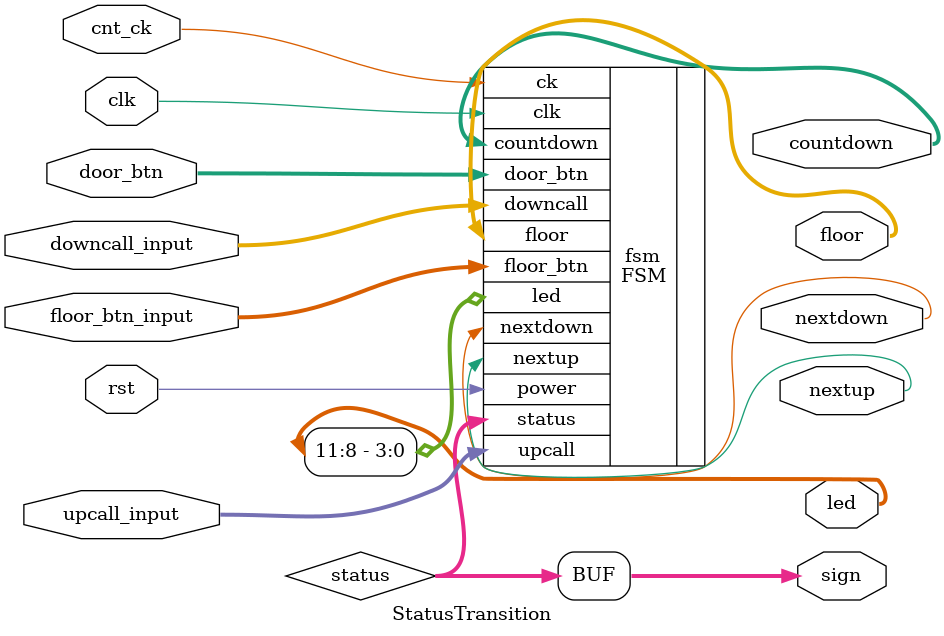
<source format=v>
`timescale 1ns/1ns


module StatusTransition(upcall_input, downcall_input, floor_btn_input, door_btn, rst, clk, cnt_ck, 
                        floor, countdown ,sign, led, nextup,nextdown);
    input [7:0] upcall_input;
    input [7:0] downcall_input;
    input [7:0] floor_btn_input;
    input [1:0] door_btn;
    input rst;
    input clk,cnt_ck;
    output [3:0] sign;
    output [2:0] floor, countdown;
    //output [7:0] floor_btn;
    output [11:0] led;
    output nextup,nextdown;

    wire upflag, downflag, openflag;
    
    //wire [7:0] upcall, downcall;
    wire [3:0] status;
    assign sign = status;

    FSM fsm(.upcall(upcall_input), .downcall(downcall_input) , .floor_btn(floor_btn_input), .power(rst), .floor(floor), 
                    .countdown(countdown), .clk(clk), .ck(cnt_ck), .door_btn(door_btn), .status(status),.led(led[11:8]), .nextup(nextup) ,.nextdown(nextdown));

//    StatusInputBuffer st_buffer(.floor(floor), .status(status), .rst(rst),.clk(clk) ,.upcall_input(upcall_input), .downcall_input(downcall_input), 
//           .floor_btn_input(floor_btn_input) ,.upcall(upcall), .downcall(downcall), .floor_btn(floor_btn));
    

endmodule
</source>
